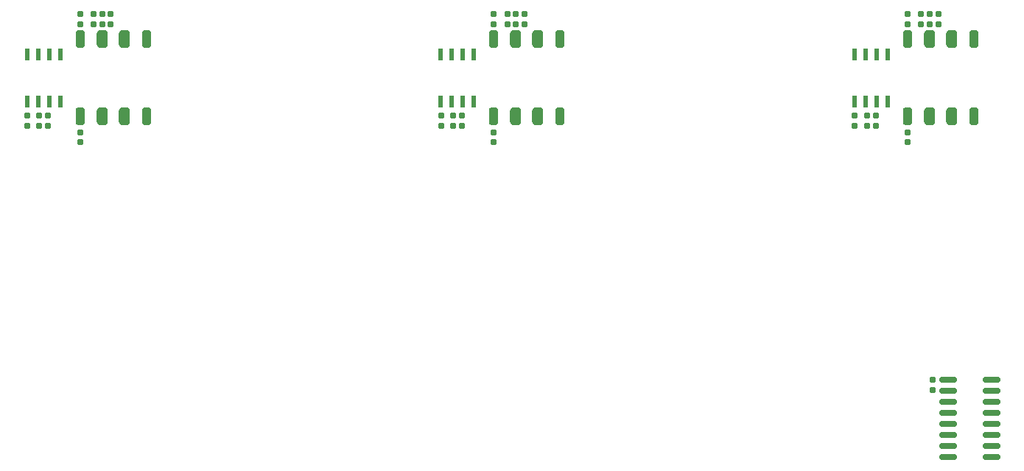
<source format=gbr>
%TF.GenerationSoftware,KiCad,Pcbnew,7.0.5-7.0.5~ubuntu22.04.1*%
%TF.CreationDate,2023-07-11T09:47:34+02:00*%
%TF.ProjectId,Inverter_KiCAD,496e7665-7274-4657-925f-4b694341442e,rev?*%
%TF.SameCoordinates,Original*%
%TF.FileFunction,Paste,Bot*%
%TF.FilePolarity,Positive*%
%FSLAX46Y46*%
G04 Gerber Fmt 4.6, Leading zero omitted, Abs format (unit mm)*
G04 Created by KiCad (PCBNEW 7.0.5-7.0.5~ubuntu22.04.1) date 2023-07-11 09:47:34*
%MOMM*%
%LPD*%
G01*
G04 APERTURE LIST*
G04 Aperture macros list*
%AMRoundRect*
0 Rectangle with rounded corners*
0 $1 Rounding radius*
0 $2 $3 $4 $5 $6 $7 $8 $9 X,Y pos of 4 corners*
0 Add a 4 corners polygon primitive as box body*
4,1,4,$2,$3,$4,$5,$6,$7,$8,$9,$2,$3,0*
0 Add four circle primitives for the rounded corners*
1,1,$1+$1,$2,$3*
1,1,$1+$1,$4,$5*
1,1,$1+$1,$6,$7*
1,1,$1+$1,$8,$9*
0 Add four rect primitives between the rounded corners*
20,1,$1+$1,$2,$3,$4,$5,0*
20,1,$1+$1,$4,$5,$6,$7,0*
20,1,$1+$1,$6,$7,$8,$9,0*
20,1,$1+$1,$8,$9,$2,$3,0*%
G04 Aperture macros list end*
%ADD10RoundRect,0.155000X-0.155000X0.212500X-0.155000X-0.212500X0.155000X-0.212500X0.155000X0.212500X0*%
%ADD11RoundRect,0.160000X-0.160000X0.197500X-0.160000X-0.197500X0.160000X-0.197500X0.160000X0.197500X0*%
%ADD12R,0.508000X1.460500*%
%ADD13RoundRect,0.160000X0.160000X-0.197500X0.160000X0.197500X-0.160000X0.197500X-0.160000X-0.197500X0*%
%ADD14RoundRect,0.155000X0.155000X-0.212500X0.155000X0.212500X-0.155000X0.212500X-0.155000X-0.212500X0*%
%ADD15RoundRect,0.254000X-0.254000X-0.746000X0.254000X-0.746000X0.254000X0.746000X-0.254000X0.746000X0*%
%ADD16RoundRect,0.317500X-0.317500X-0.682500X0.317500X-0.682500X0.317500X0.682500X-0.317500X0.682500X0*%
%ADD17RoundRect,0.265000X-0.265000X-0.735000X0.265000X-0.735000X0.265000X0.735000X-0.265000X0.735000X0*%
%ADD18RoundRect,0.150000X0.825000X0.150000X-0.825000X0.150000X-0.825000X-0.150000X0.825000X-0.150000X0*%
G04 APERTURE END LIST*
D10*
%TO.C,C410*%
X185060000Y-121487500D03*
X185060000Y-120352500D03*
%TD*%
D11*
%TO.C,R205*%
X96170000Y-108642500D03*
X96170000Y-109837500D03*
%TD*%
D12*
%TO.C,U204*%
X88540000Y-113275850D03*
X89810000Y-113275850D03*
X91080000Y-113275850D03*
X92350000Y-113275850D03*
X92350000Y-118724150D03*
X91080000Y-118724150D03*
X89810000Y-118724150D03*
X88540000Y-118724150D03*
%TD*%
D10*
%TO.C,C211*%
X90940000Y-120352500D03*
X90940000Y-121487500D03*
%TD*%
D12*
%TO.C,U404*%
X183660000Y-113275850D03*
X184930000Y-113275850D03*
X186200000Y-113275850D03*
X187470000Y-113275850D03*
X187470000Y-118724150D03*
X186200000Y-118724150D03*
X184930000Y-118724150D03*
X183660000Y-118724150D03*
%TD*%
D10*
%TO.C,C311*%
X138500000Y-120352500D03*
X138500000Y-121487500D03*
%TD*%
%TO.C,C210*%
X89940000Y-120352500D03*
X89940000Y-121487500D03*
%TD*%
D13*
%TO.C,R206*%
X98170000Y-109837500D03*
X98170000Y-108642500D03*
%TD*%
D14*
%TO.C,C205*%
X97170000Y-109807500D03*
X97170000Y-108672500D03*
%TD*%
D10*
%TO.C,C308*%
X142190000Y-122272500D03*
X142190000Y-123407500D03*
%TD*%
%TO.C,C408*%
X189750000Y-122272500D03*
X189750000Y-123407500D03*
%TD*%
D15*
%TO.C,U403*%
X189750000Y-111550000D03*
D16*
X192290000Y-111550000D03*
X194830000Y-111550000D03*
D15*
X197370000Y-111550000D03*
X197370000Y-120450000D03*
D16*
X194830000Y-120450000D03*
X192290000Y-120450000D03*
D17*
X189750000Y-120450000D03*
%TD*%
D11*
%TO.C,R305*%
X143730000Y-108642500D03*
X143730000Y-109837500D03*
%TD*%
D10*
%TO.C,C209*%
X88545000Y-120352500D03*
X88545000Y-121487500D03*
%TD*%
D13*
%TO.C,R306*%
X145730000Y-109837500D03*
X145730000Y-108642500D03*
%TD*%
D14*
%TO.C,C307*%
X142190000Y-109807500D03*
X142190000Y-108672500D03*
%TD*%
%TO.C,C305*%
X144730000Y-109807500D03*
X144730000Y-108672500D03*
%TD*%
D10*
%TO.C,C1301*%
X192600000Y-151900000D03*
X192600000Y-150765000D03*
%TD*%
D14*
%TO.C,C407*%
X189750000Y-109807500D03*
X189750000Y-108672500D03*
%TD*%
D11*
%TO.C,R405*%
X191290000Y-108642500D03*
X191290000Y-109837500D03*
%TD*%
D14*
%TO.C,C405*%
X192290000Y-109807500D03*
X192290000Y-108672500D03*
%TD*%
D12*
%TO.C,U304*%
X136100000Y-113275850D03*
X137370000Y-113275850D03*
X138640000Y-113275850D03*
X139910000Y-113275850D03*
X139910000Y-118724150D03*
X138640000Y-118724150D03*
X137370000Y-118724150D03*
X136100000Y-118724150D03*
%TD*%
D15*
%TO.C,U203*%
X94630000Y-111550000D03*
D16*
X97170000Y-111550000D03*
X99710000Y-111550000D03*
D15*
X102250000Y-111550000D03*
X102250000Y-120450000D03*
D16*
X99710000Y-120450000D03*
X97170000Y-120450000D03*
D17*
X94630000Y-120450000D03*
%TD*%
D10*
%TO.C,C310*%
X137500000Y-120352500D03*
X137500000Y-121487500D03*
%TD*%
D13*
%TO.C,R406*%
X193290000Y-109837500D03*
X193290000Y-108642500D03*
%TD*%
D10*
%TO.C,C309*%
X136105000Y-120352500D03*
X136105000Y-121487500D03*
%TD*%
D15*
%TO.C,U303*%
X142190000Y-111550000D03*
D16*
X144730000Y-111550000D03*
X147270000Y-111550000D03*
D15*
X149810000Y-111550000D03*
X149810000Y-120450000D03*
D16*
X147270000Y-120450000D03*
X144730000Y-120450000D03*
D17*
X142190000Y-120450000D03*
%TD*%
D10*
%TO.C,C409*%
X183665000Y-120352500D03*
X183665000Y-121487500D03*
%TD*%
%TO.C,C208*%
X94630000Y-122272500D03*
X94630000Y-123407500D03*
%TD*%
D18*
%TO.C,U1301*%
X199375000Y-150755000D03*
X199375000Y-152025000D03*
X199375000Y-153295000D03*
X199375000Y-154565000D03*
X199375000Y-155835000D03*
X199375000Y-157105000D03*
X199375000Y-158375000D03*
X199375000Y-159645000D03*
X194425000Y-159645000D03*
X194425000Y-158375000D03*
X194425000Y-157105000D03*
X194425000Y-155835000D03*
X194425000Y-154565000D03*
X194425000Y-153295000D03*
X194425000Y-152025000D03*
X194425000Y-150755000D03*
%TD*%
D10*
%TO.C,C411*%
X186060000Y-120352500D03*
X186060000Y-121487500D03*
%TD*%
D14*
%TO.C,C207*%
X94630000Y-109807500D03*
X94630000Y-108672500D03*
%TD*%
M02*

</source>
